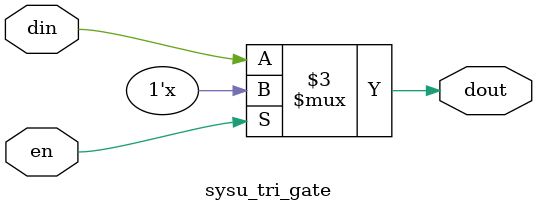
<source format=v>
`timescale 1ns / 1ps


module sysu_tri_gate( din,en,dout
   );
input din;
input en;
output dout;
reg dout;

always@(din,en)
    if(en)
      dout = 1'bz;
    else
      dout = din;

endmodule
</source>
